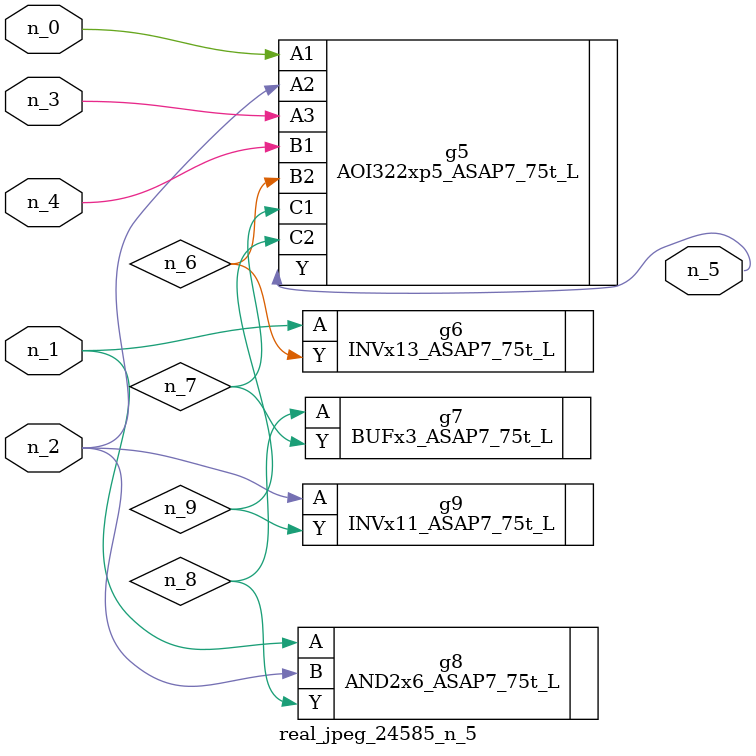
<source format=v>
module real_jpeg_24585_n_5 (n_4, n_0, n_1, n_2, n_3, n_5);

input n_4;
input n_0;
input n_1;
input n_2;
input n_3;

output n_5;

wire n_8;
wire n_6;
wire n_7;
wire n_9;

AOI322xp5_ASAP7_75t_L g5 ( 
.A1(n_0),
.A2(n_2),
.A3(n_3),
.B1(n_4),
.B2(n_6),
.C1(n_7),
.C2(n_9),
.Y(n_5)
);

INVx13_ASAP7_75t_L g6 ( 
.A(n_1),
.Y(n_6)
);

AND2x6_ASAP7_75t_L g8 ( 
.A(n_1),
.B(n_2),
.Y(n_8)
);

INVx11_ASAP7_75t_L g9 ( 
.A(n_2),
.Y(n_9)
);

BUFx3_ASAP7_75t_L g7 ( 
.A(n_8),
.Y(n_7)
);


endmodule
</source>
